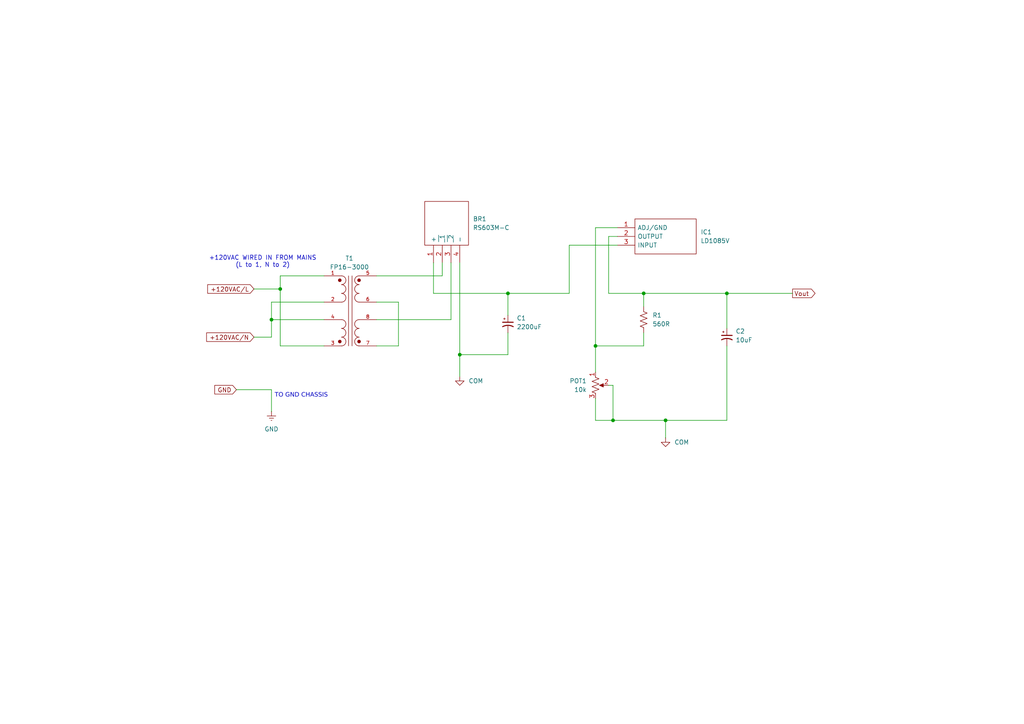
<source format=kicad_sch>
(kicad_sch (version 20231120) (generator "eeschema") (generator_version "8.0")
  (paper "A4")
  (title_block (title "Linear Power Supply - SUMMER 2024") (date "2024-06-16") (company "Lotito Laboratories"))
  (lib_symbols
    (symbol "Device:C_Polarized_Small_US" (pin_numbers hide) (pin_names (offset 0.254) hide)
      (property "Reference" "C" (at 0.254 1.778 0))
      (property "Value" "C_Polarized_Small_US" (at 0.254 -2.032 0))
      (symbol "C_Polarized_Small_US_0_1"
        (polyline (pts (xy -1.524 0.508) (xy 1.524 0.508)) (stroke (width 0.3048)))
        (polyline (pts (xy -1.27 1.524) (xy -0.762 1.524)))
        (polyline (pts (xy -1.016 1.27) (xy -1.016 1.778)))
        (arc (start 1.524 -0.762) (mid 0 -0.3734) (end -1.524 -0.762) (stroke (width 0.3048)))
      )
      (symbol "C_Polarized_Small_US_1_1"
        (pin passive line (at 0 2.54 270) (length 2.032) (name "~") (number "1"))
        (pin passive line (at 0 -2.54 90) (length 2.032) (name "~") (number "2"))
      )
    )
    (symbol "Device:R_Potentiometer_US" (pin_names (offset 1.016) hide)
      (property "Reference" "RV" (at -4.445 0 90))
      (property "Value" "R_Potentiometer_US" (at -2.54 0 90))
      (symbol "R_Potentiometer_US_0_1"
        (polyline (pts (xy 0 -2.286) (xy 0 -2.54)))
        (polyline (pts (xy 0 2.54) (xy 0 2.286)))
        (polyline (pts (xy 2.54 0) (xy 1.524 0)))
        (polyline (pts (xy 1.143 0) (xy 2.286 0.508) (xy 2.286 -0.508) (xy 1.143 0)) (fill (type outline)))
        (polyline (pts (xy 0 -0.762) (xy 1.016 -1.143) (xy 0 -1.524) (xy -1.016 -1.905) (xy 0 -2.286)))
        (polyline (pts (xy 0 0.762) (xy 1.016 0.381) (xy 0 0) (xy -1.016 -0.381) (xy 0 -0.762)))
        (polyline (pts (xy 0 2.286) (xy 1.016 1.905) (xy 0 1.524) (xy -1.016 1.143) (xy 0 0.762)))
      )
      (symbol "R_Potentiometer_US_1_1"
        (pin passive line (at 0 3.81 270) (length 1.27) (name "1") (number "1"))
        (pin passive line (at 3.81 0 180) (length 1.27) (name "2") (number "2"))
        (pin passive line (at 0 -3.81 90) (length 1.27) (name "3") (number "3"))
      )
    )
    (symbol "Device:R_US" (pin_numbers hide) (pin_names (offset 0))
      (property "Reference" "R" (at 2.54 0 90))
      (property "Value" "R_US" (at -2.54 0 90))
      (symbol "R_US_0_1"
        (polyline (pts (xy 0 -2.286) (xy 0 -2.54)))
        (polyline (pts (xy 0 2.286) (xy 0 2.54)))
        (polyline (pts (xy 0 -0.762) (xy 1.016 -1.143) (xy 0 -1.524) (xy -1.016 -1.905) (xy 0 -2.286)))
        (polyline (pts (xy 0 0.762) (xy 1.016 0.381) (xy 0 0) (xy -1.016 -0.381) (xy 0 -0.762)))
        (polyline (pts (xy 0 2.286) (xy 1.016 1.905) (xy 0 1.524) (xy -1.016 1.143) (xy 0 0.762)))
      )
      (symbol "R_US_1_1"
        (pin passive line (at 0 3.81 270) (length 1.27) (name "~") (number "1"))
        (pin passive line (at 0 -3.81 90) (length 1.27) (name "~") (number "2"))
      )
    )
    (symbol "FP16-3000:FP16-3000" (pin_names (offset 1.016))
      (property "Reference" "T" (at -5.0839 12.7079 0))
      (property "Value" "FP16-3000" (at -5.0814 -12.7027 0))
      (symbol "FP16-3000_0_0"
        (circle (center -3.048 -8.89) (radius 0.254) (stroke (width 0.508)))
        (circle (center -3.048 8.89) (radius 0.254) (stroke (width 0.508)))
        (arc (start -2.54 -10.16) (mid -1.2755 -8.89) (end -2.54 -7.62) (stroke (width 0.1524)))
        (arc (start -2.54 -7.62) (mid -1.2755 -6.35) (end -2.54 -5.08) (stroke (width 0.1524)))
        (arc (start -2.54 -5.08) (mid -1.2755 -3.81) (end -2.54 -2.54) (stroke (width 0.1524)))
        (arc (start -2.54 2.54) (mid -1.2755 3.81) (end -2.54 5.08) (stroke (width 0.1524)))
        (arc (start -2.54 5.08) (mid -1.2755 6.35) (end -2.54 7.62) (stroke (width 0.1524)))
        (arc (start -2.54 7.62) (mid -1.2755 8.89) (end -2.54 10.16) (stroke (width 0.1524)))
        (polyline (pts (xy -0.508 10.16) (xy -0.508 -10.16)) (stroke (width 0.1524)))
        (polyline (pts (xy 0.508 10.16) (xy 0.508 -10.16)) (stroke (width 0.1524)))
        (circle (center 2.54 -8.89) (radius 0.254) (stroke (width 0.508)))
        (arc (start 2.54 -7.62) (mid 1.2755 -8.89) (end 2.54 -10.16) (stroke (width 0.1524)))
        (arc (start 2.54 -5.08) (mid 1.2755 -6.35) (end 2.54 -7.62) (stroke (width 0.1524)))
        (arc (start 2.54 -2.54) (mid 1.2755 -3.81) (end 2.54 -5.08) (stroke (width 0.1524)))
        (arc (start 2.54 5.08) (mid 1.2755 3.81) (end 2.54 2.54) (stroke (width 0.1524)))
        (arc (start 2.54 7.62) (mid 1.2755 6.35) (end 2.54 5.08) (stroke (width 0.1524)))
        (circle (center 2.54 8.89) (radius 0.254) (stroke (width 0.508)))
        (arc (start 2.54 10.16) (mid 1.2755 8.89) (end 2.54 7.62) (stroke (width 0.1524)))
        (pin passive line (at -7.62 10.16 0) (length 5.08) (name "~") (number "1"))
        (pin passive line (at -7.62 2.54 0) (length 5.08) (name "~") (number "2"))
        (pin passive line (at -7.62 -10.16 0) (length 5.08) (name "~") (number "3"))
        (pin passive line (at -7.62 -2.54 0) (length 5.08) (name "~") (number "4"))
        (pin passive line (at 7.62 10.16 180) (length 5.08) (name "~") (number "5"))
        (pin passive line (at 7.62 2.54 180) (length 5.08) (name "~") (number "6"))
        (pin passive line (at 7.62 -10.16 180) (length 5.08) (name "~") (number "7"))
        (pin passive line (at 7.62 -2.54 180) (length 5.08) (name "~") (number "8"))
      )
    )
    (symbol "SamacSys_Parts:LD1085V" (pin_names (offset 0.762))
      (property "Reference" "IC" (at 24.13 7.62 0))
      (property "Value" "LD1085V" (at 24.13 5.08 0))
      (symbol "LD1085V_0_0"
        (pin power_in line (at 0 0 0) (length 5.08) (name "ADJ/GND") (number "1"))
        (pin output line (at 0 -2.54 0) (length 5.08) (name "OUTPUT") (number "2"))
        (pin input line (at 0 -5.08 0) (length 5.08) (name "INPUT") (number "3"))
      )
      (symbol "LD1085V_0_1"
        (polyline (pts (xy 5.08 2.54) (xy 22.86 2.54) (xy 22.86 -7.62) (xy 5.08 -7.62) (xy 5.08 2.54)) (stroke (width 0.1524)))
      )
    )
    (symbol "SamacSys_Parts:RS603M-C" (pin_names (offset 0.762))
      (property "Reference" "BR" (at 19.05 7.62 0))
      (property "Value" "RS603M-C" (at 19.05 5.08 0))
      (symbol "RS603M-C_0_0"
        (pin passive line (at 0 0 0) (length 5.08) (name "+") (number "1"))
        (pin passive line (at 0 -2.54 0) (length 5.08) (name "~{_1}") (number "2"))
        (pin passive line (at 0 -5.08 0) (length 5.08) (name "~{_2}") (number "3"))
        (pin passive line (at 0 -7.62 0) (length 5.08) (name "-") (number "4"))
      )
      (symbol "RS603M-C_0_1"
        (polyline (pts (xy 5.08 2.54) (xy 17.78 2.54) (xy 17.78 -10.16) (xy 5.08 -10.16) (xy 5.08 2.54)) (stroke (width 0.1524)))
      )
    )
    (symbol "power:GND" (power) (pin_numbers hide) (pin_names (offset 0) hide)
      (property "Value" "GND" (at 0 -3.81 0))
      (symbol "GND_0_1"
        (polyline (pts (xy 0 0) (xy 0 -1.27) (xy 1.27 -1.27) (xy 0 -2.54) (xy -1.27 -1.27) (xy 0 -1.27)))
      )
      (symbol "GND_1_1"
        (pin power_in line (at 0 0 270) (length 0) (name "~") (number "1"))
      )
    )
    (symbol "power:GNDREF" (power) (pin_numbers hide) (pin_names (offset 0) hide)
      (property "Value" "GNDREF" (at 0 -3.81 0))
      (symbol "GNDREF_0_1"
        (polyline (pts (xy -0.635 -1.905) (xy 0.635 -1.905)))
        (polyline (pts (xy -0.127 -2.54) (xy 0.127 -2.54)))
        (polyline (pts (xy 0 -1.27) (xy 0 0)))
        (polyline (pts (xy 1.27 -1.27) (xy -1.27 -1.27)))
      )
      (symbol "GNDREF_1_1"
        (pin power_in line (at 0 0 270) (length 0) (name "~") (number "1"))
      )
    )
  )
  (junction (at 133.35 102.87))
  (junction (at 147.32 85.09))
  (junction (at 177.8 121.92))
  (junction (at 172.72 100.33))
  (junction (at 193.04 121.92))
  (junction (at 210.82 85.09))
  (junction (at 81.28 83.82))
  (junction (at 186.69 85.09))
  (junction (at 78.74 92.71))
  (wire (pts (xy 133.35 102.87) (xy 147.32 102.87)))
  (wire (pts (xy 186.69 88.9) (xy 186.69 85.09)))
  (wire (pts (xy 73.66 83.82) (xy 81.28 83.82)))
  (wire (pts (xy 147.32 102.87) (xy 147.32 96.52)))
  (wire (pts (xy 165.1 85.09) (xy 165.1 71.12)))
  (wire (pts (xy 78.74 92.71) (xy 78.74 87.63)))
  (wire (pts (xy 115.57 100.33) (xy 109.22 100.33)))
  (wire (pts (xy 128.27 80.01) (xy 128.27 76.2)))
  (wire (pts (xy 81.28 83.82) (xy 81.28 80.01)))
  (wire (pts (xy 81.28 83.82) (xy 81.28 100.33)))
  (wire (pts (xy 109.22 80.01) (xy 128.27 80.01)))
  (wire (pts (xy 176.53 85.09) (xy 186.69 85.09)))
  (wire (pts (xy 210.82 100.33) (xy 210.82 121.92)))
  (wire (pts (xy 81.28 80.01) (xy 93.98 80.01)))
  (wire (pts (xy 210.82 85.09) (xy 229.87 85.09)))
  (wire (pts (xy 78.74 113.03) (xy 78.74 119.38)))
  (wire (pts (xy 78.74 87.63) (xy 93.98 87.63)))
  (wire (pts (xy 210.82 85.09) (xy 210.82 95.25)))
  (wire (pts (xy 172.72 100.33) (xy 186.69 100.33)))
  (wire (pts (xy 73.66 97.79) (xy 78.74 97.79)))
  (wire (pts (xy 115.57 87.63) (xy 115.57 100.33)))
  (wire (pts (xy 172.72 100.33) (xy 172.72 107.95)))
  (wire (pts (xy 172.72 115.57) (xy 172.72 121.92)))
  (wire (pts (xy 81.28 100.33) (xy 93.98 100.33)))
  (wire (pts (xy 177.8 121.92) (xy 193.04 121.92)))
  (wire (pts (xy 179.07 68.58) (xy 176.53 68.58)))
  (wire (pts (xy 177.8 111.76) (xy 177.8 121.92)))
  (wire (pts (xy 176.53 111.76) (xy 177.8 111.76)))
  (wire (pts (xy 193.04 121.92) (xy 193.04 127)))
  (wire (pts (xy 193.04 121.92) (xy 210.82 121.92)))
  (wire (pts (xy 186.69 85.09) (xy 210.82 85.09)))
  (wire (pts (xy 125.73 76.2) (xy 125.73 85.09)))
  (wire (pts (xy 68.58 113.03) (xy 78.74 113.03)))
  (wire (pts (xy 133.35 102.87) (xy 133.35 109.22)))
  (wire (pts (xy 147.32 85.09) (xy 147.32 91.44)))
  (wire (pts (xy 186.69 96.52) (xy 186.69 100.33)))
  (wire (pts (xy 179.07 66.04) (xy 172.72 66.04)))
  (wire (pts (xy 109.22 87.63) (xy 115.57 87.63)))
  (wire (pts (xy 78.74 92.71) (xy 93.98 92.71)))
  (wire (pts (xy 130.81 92.71) (xy 130.81 76.2)))
  (wire (pts (xy 165.1 71.12) (xy 179.07 71.12)))
  (wire (pts (xy 176.53 68.58) (xy 176.53 85.09)))
  (wire (pts (xy 172.72 66.04) (xy 172.72 100.33)))
  (wire (pts (xy 109.22 92.71) (xy 130.81 92.71)))
  (wire (pts (xy 172.72 121.92) (xy 177.8 121.92)))
  (wire (pts (xy 147.32 85.09) (xy 165.1 85.09)))
  (wire (pts (xy 78.74 97.79) (xy 78.74 92.71)))
  (wire (pts (xy 133.35 76.2) (xy 133.35 102.87)))
  (wire (pts (xy 125.73 85.09) (xy 147.32 85.09)))
  (text "+120VAC WIRED IN FROM MAINS\n(L to 1, N to 2)" (at 76.2 75.946 0) (effects (font (size 1.27 1.27))))
  (text "TO GND CHASSIS" (at 87.376 115.062 0) (effects (font (size 1.27 1.27))))
  (global_label "GND" (shape input) (at 68.58 113.03 180) (property "Intersheetrefs" "${INTERSHEET_REFS}" (effects (hide yes))))
  (global_label "+120VAC{slash}N" (shape input) (at 73.66 97.79 180) (property "Intersheetrefs" "${INTERSHEET_REFS}" (effects (hide yes))))
  (global_label "+120VAC{slash}L" (shape input) (at 73.66 83.82 180) (property "Intersheetrefs" "${INTERSHEET_REFS}" (effects (hide yes))))
  (global_label "Vout" (shape output) (at 229.87 85.09 0) (property "Intersheetrefs" "${INTERSHEET_REFS}" (effects (hide yes))))
  (symbol (lib_id "Device:C_Polarized_Small_US") (at 210.82 97.79 0) (unit 1)
    (property "Reference" "C2" (at 213.36 96.0881 0) (effects (justify left)))
    (property "Value" "10uF" (at 213.36 98.6281 0) (effects (justify left)))
    (property "Footprint" "Chase's Footprints:Small Electrolytic Capacitor" (effects (hide yes)))
    (property "Description" "Polarized capacitor, small US symbol" (effects (hide yes)))
  )
  (symbol (lib_id "power:GND") (at 193.04 127 0) (unit 1)
    (property "Reference" "#PWR02" (effects (hide yes)))
    (property "Value" "COM" (at 195.58 128.2699 0) (effects (justify left)))
    (property "Description" "Power symbol creates a global label with name \"GND\" , ground" (effects (hide yes)))
  )
  (symbol (lib_id "FP16-3000:FP16-3000") (at 101.6 90.17 0) (unit 1)
    (property "Reference" "T1" (at 101.346 74.93 0))
    (property "Value" "FP16-3000" (at 101.346 77.47 0))
    (property "Footprint" "FP16-3000:XFMR_FP16-3000" (effects (hide yes)))
    (property "MF" "Triad Magnetics" (effects (hide yes)))
    (property "Description_1" "\nPWR XFMR LAMINATED 48VA TH\n" (effects (hide yes)))
    (property "Package" "None" (effects (hide yes)))
    (property "Price" "None" (effects (hide yes)))
    (property "Check_prices" "https://www.snapeda.com/parts/FP16-3000/Triad+Magnetics/view-part/?ref=eda" (effects (hide yes)))
    (property "STANDARD" "Manufacturer Recommendations" (effects (hide yes)))
    (property "SnapEDA_Link" "https://www.snapeda.com/parts/FP16-3000/Triad+Magnetics/view-part/?ref=snap" (effects (hide yes)))
    (property "MP" "FP16-3000" (effects (hide yes)))
    (property "Purchase-URL" "https://www.snapeda.com/api/url_track_click_mouser/?unipart_id=3214308&manufacturer=Triad Magnetics&part_name=FP16-3000&search_term=None" (effects (hide yes)))
    (property "Availability" "In Stock" (effects (hide yes)))
    (property "MANUFACTURER" "Triad Magnetics" (effects (hide yes)))
  )
  (symbol (lib_id "Device:R_US") (at 186.69 92.71 0) (unit 1)
    (property "Reference" "R1" (at 189.23 91.4399 0) (effects (justify left)))
    (property "Value" "560R" (at 189.23 93.9799 0) (effects (justify left)))
    (property "Footprint" "Resistor_THT:R_Axial_DIN0204_L3.6mm_D1.6mm_P7.62mm_Horizontal" (effects (hide yes)))
    (property "Description" "Resistor, US symbol" (effects (hide yes)))
  )
  (symbol (lib_id "Device:R_Potentiometer_US") (at 172.72 111.76 0) (unit 1)
    (property "Reference" "POT1" (at 170.18 110.4899 0) (effects (justify right)))
    (property "Value" "10k" (at 170.18 113.0299 0) (effects (justify right)))
    (property "Footprint" "Potentiometer_THT:Potentiometer_ACP_CA14-H2,5_Horizontal" (effects (hide yes)))
    (property "Description" "Potentiometer, US symbol" (effects (hide yes)))
  )
  (symbol (lib_id "SamacSys_Parts:LD1085V") (at 179.07 66.04 0) (unit 1)
    (property "Reference" "IC1" (at 203.2 67.3099 0) (effects (justify left)))
    (property "Value" "LD1085V" (at 203.2 69.8499 0) (effects (justify left)))
    (property "Footprint" "TO255P460X1020X2008-3P" (effects (hide yes)))
    (property "Datasheet" "http://www.st.com/web/en/resource/technical/document/datasheet/CD00001883.pdf" (effects (hide yes)))
    (property "Description" "LD1085V, Adjustable 3A, +/-1%, Maximum of 30Vin, 3-Pin TO-220" (effects (hide yes)))
    (property "Description_1" "LD1085V, Adjustable 3A, +/-1%, Maximum of 30Vin, 3-Pin TO-220" (effects (hide yes)))
    (property "Height" "4.6" (effects (hide yes)))
    (property "Manufacturer_Name" "STMicroelectronics" (effects (hide yes)))
    (property "Manufacturer_Part_Number" "LD1085V" (effects (hide yes)))
    (property "Mouser Part Number" "511-LD1085V" (effects (hide yes)))
    (property "Mouser Price/Stock" "https://www.mouser.co.uk/ProductDetail/STMicroelectronics/LD1085V?qs=mllD5Vm88X8af24KOIWg9A%3D%3D" (effects (hide yes)))
    (property "Arrow Part Number" "LD1085V" (effects (hide yes)))
    (property "Arrow Price/Stock" "https://www.arrow.com/en/products/ld1085v/stmicroelectronics?region=europe" (effects (hide yes)))
  )
  (symbol (lib_id "power:GND") (at 133.35 109.22 0) (unit 1)
    (property "Reference" "#PWR01" (effects (hide yes)))
    (property "Value" "COM" (at 135.89 110.4899 0) (effects (justify left)))
    (property "Description" "Power symbol creates a global label with name \"GND\" , ground" (effects (hide yes)))
  )
  (symbol (lib_id "SamacSys_Parts:RS603M-C") (at 125.73 76.2 90) (unit 1)
    (property "Reference" "BR1" (at 137.16 63.4999 90) (effects (justify right)))
    (property "Value" "RS603M-C" (at 137.16 66.0399 90) (effects (justify right)))
    (property "Footprint" "RS603MC" (effects (hide yes)))
    (property "Datasheet" "https://www.rectron.com/public/product_datasheets/rs601m-rs607m.pdf" (effects (hide yes)))
    (property "Description" "Bridge Rectifiers RS-6M,In-lineBridge(leadframe),6A,200V" (effects (hide yes)))
    (property "Description_1" "Bridge Rectifiers RS-6M,In-lineBridge(leadframe),6A,200V" (effects (hide yes)))
    (property "Height" "20.3" (effects (hide yes)))
    (property "Manufacturer_Name" "Rectron" (effects (hide yes)))
    (property "Manufacturer_Part_Number" "RS603M-C" (effects (hide yes)))
    (property "Mouser Part Number" "583-RS603M" (effects (hide yes)))
    (property "Mouser Price/Stock" "https://www.mouser.co.uk/ProductDetail/Rectron/RS603M-C?qs=QNEnbhJQKvYPWEToCii8ew%3D%3D" (effects (hide yes)))
    (property "Arrow Part Number" "RS603M-C" (effects (hide yes)))
    (property "Arrow Price/Stock" "null?region=nac" (effects (hide yes)))
  )
  (symbol (lib_id "power:GNDREF") (at 78.74 119.38 0) (unit 1)
    (property "Reference" "#PWR03" (effects (hide yes)))
    (property "Value" "GND" (at 78.74 124.46 0))
    (property "Description" "Power symbol creates a global label with name \"GNDREF\" , reference supply ground" (effects (hide yes)))
  )
  (symbol (lib_id "Device:C_Polarized_Small_US") (at 147.32 93.98 0) (unit 1)
    (property "Reference" "C1" (at 149.86 92.2781 0) (effects (justify left)))
    (property "Value" "2200uF" (at 149.86 94.8181 0) (effects (justify left)))
    (property "Footprint" "Chase's Footprints:228SAK050M" (effects (hide yes)))
    (property "Datasheet" "~https://www.cde.com/resources/catalogs/SAK.pdf" (effects (hide yes)))
    (property "Description" "Polarized capacitor, small US symbol" (effects (hide yes)))
  )
)
</source>
